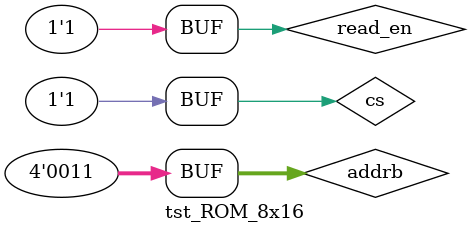
<source format=v>
module tst_ROM_8x16;

	reg [3:0] addrb;
	wire [15:0] datab;
	reg cs, read_en;
	
	ROM_8x16 rom (cs, addrb, datab, read_en);
	
	initial begin
		#5 addrb =  0; 
		#10 addrb = 7;
		#10 addrb = 5;
		#5 addrb = 4; 
		#5 addrb = 6;
		#5 addrb = 1; 
		#5 addrb = 2;
		#5 addrb = 3;
		
	end
	
	initial begin
		cs = 1;
		read_en <= 1;		
	end

endmodule
</source>
